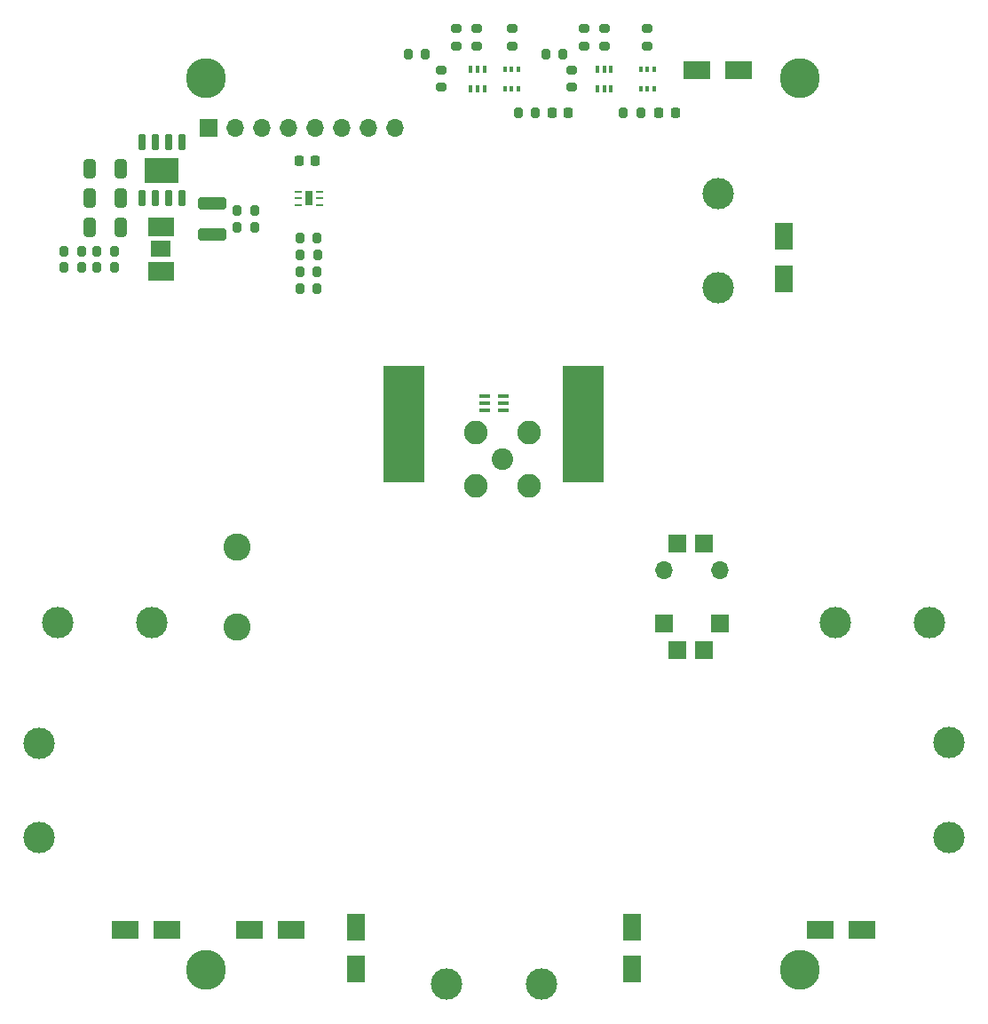
<source format=gts>
G04 #@! TF.GenerationSoftware,KiCad,Pcbnew,(6.0.5)*
G04 #@! TF.CreationDate,2023-05-08T02:21:20-07:00*
G04 #@! TF.ProjectId,Z_Panels,5a5f5061-6e65-46c7-932e-6b696361645f,rev?*
G04 #@! TF.SameCoordinates,Original*
G04 #@! TF.FileFunction,Soldermask,Top*
G04 #@! TF.FilePolarity,Negative*
%FSLAX46Y46*%
G04 Gerber Fmt 4.6, Leading zero omitted, Abs format (unit mm)*
G04 Created by KiCad (PCBNEW (6.0.5)) date 2023-05-08 02:21:20*
%MOMM*%
%LPD*%
G01*
G04 APERTURE LIST*
G04 Aperture macros list*
%AMRoundRect*
0 Rectangle with rounded corners*
0 $1 Rounding radius*
0 $2 $3 $4 $5 $6 $7 $8 $9 X,Y pos of 4 corners*
0 Add a 4 corners polygon primitive as box body*
4,1,4,$2,$3,$4,$5,$6,$7,$8,$9,$2,$3,0*
0 Add four circle primitives for the rounded corners*
1,1,$1+$1,$2,$3*
1,1,$1+$1,$4,$5*
1,1,$1+$1,$6,$7*
1,1,$1+$1,$8,$9*
0 Add four rect primitives between the rounded corners*
20,1,$1+$1,$2,$3,$4,$5,0*
20,1,$1+$1,$4,$5,$6,$7,0*
20,1,$1+$1,$6,$7,$8,$9,0*
20,1,$1+$1,$8,$9,$2,$3,0*%
G04 Aperture macros list end*
%ADD10C,0.010000*%
%ADD11C,3.000000*%
%ADD12C,3.800000*%
%ADD13C,2.600000*%
%ADD14R,1.700000X2.500000*%
%ADD15RoundRect,0.200000X0.200000X0.275000X-0.200000X0.275000X-0.200000X-0.275000X0.200000X-0.275000X0*%
%ADD16R,2.500000X1.700000*%
%ADD17RoundRect,0.200000X-0.200000X-0.275000X0.200000X-0.275000X0.200000X0.275000X-0.200000X0.275000X0*%
%ADD18RoundRect,0.200000X0.275000X-0.200000X0.275000X0.200000X-0.275000X0.200000X-0.275000X-0.200000X0*%
%ADD19R,1.880000X1.570000*%
%ADD20RoundRect,0.200000X-0.275000X0.200000X-0.275000X-0.200000X0.275000X-0.200000X0.275000X0.200000X0*%
%ADD21R,1.700000X1.700000*%
%ADD22O,1.700000X1.700000*%
%ADD23RoundRect,0.250000X-0.325000X-0.650000X0.325000X-0.650000X0.325000X0.650000X-0.325000X0.650000X0*%
%ADD24R,0.400000X0.600000*%
%ADD25R,0.740000X0.270000*%
%ADD26R,0.650000X1.350000*%
%ADD27R,0.400000X0.650000*%
%ADD28RoundRect,0.225000X-0.225000X-0.250000X0.225000X-0.250000X0.225000X0.250000X-0.225000X0.250000X0*%
%ADD29R,4.000000X11.000000*%
%ADD30R,4.000000X1.000000*%
%ADD31RoundRect,0.150000X0.150000X-0.650000X0.150000X0.650000X-0.150000X0.650000X-0.150000X-0.650000X0*%
%ADD32R,3.200000X2.400000*%
%ADD33R,1.000000X0.350000*%
%ADD34RoundRect,0.250000X1.100000X-0.325000X1.100000X0.325000X-1.100000X0.325000X-1.100000X-0.325000X0*%
%ADD35C,2.050000*%
%ADD36C,2.250000*%
G04 APERTURE END LIST*
G36*
X151040000Y-60962500D02*
G01*
X150640000Y-60962500D01*
X150640000Y-59262500D01*
X151040000Y-59262500D01*
X151040000Y-60962500D01*
G37*
D10*
X151040000Y-60962500D02*
X150640000Y-60962500D01*
X150640000Y-59262500D01*
X151040000Y-59262500D01*
X151040000Y-60962500D01*
G36*
X152040000Y-65162500D02*
G01*
X151640000Y-65162500D01*
X151640000Y-63462500D01*
X152040000Y-63462500D01*
X152040000Y-65162500D01*
G37*
X152040000Y-65162500D02*
X151640000Y-65162500D01*
X151640000Y-63462500D01*
X152040000Y-63462500D01*
X152040000Y-65162500D01*
G36*
X151540000Y-65162500D02*
G01*
X151140000Y-65162500D01*
X151140000Y-63462500D01*
X151540000Y-63462500D01*
X151540000Y-65162500D01*
G37*
X151540000Y-65162500D02*
X151140000Y-65162500D01*
X151140000Y-63462500D01*
X151540000Y-63462500D01*
X151540000Y-65162500D01*
G36*
X151540000Y-60962500D02*
G01*
X151140000Y-60962500D01*
X151140000Y-59262500D01*
X151540000Y-59262500D01*
X151540000Y-60962500D01*
G37*
X151540000Y-60962500D02*
X151140000Y-60962500D01*
X151140000Y-59262500D01*
X151540000Y-59262500D01*
X151540000Y-60962500D01*
G36*
X151040000Y-65162500D02*
G01*
X150640000Y-65162500D01*
X150640000Y-63462500D01*
X151040000Y-63462500D01*
X151040000Y-65162500D01*
G37*
X151040000Y-65162500D02*
X150640000Y-65162500D01*
X150640000Y-63462500D01*
X151040000Y-63462500D01*
X151040000Y-65162500D01*
G36*
X150040000Y-65162500D02*
G01*
X149640000Y-65162500D01*
X149640000Y-63462500D01*
X150040000Y-63462500D01*
X150040000Y-65162500D01*
G37*
X150040000Y-65162500D02*
X149640000Y-65162500D01*
X149640000Y-63462500D01*
X150040000Y-63462500D01*
X150040000Y-65162500D01*
G36*
X150540000Y-65162500D02*
G01*
X150140000Y-65162500D01*
X150140000Y-63462500D01*
X150540000Y-63462500D01*
X150540000Y-65162500D01*
G37*
X150540000Y-65162500D02*
X150140000Y-65162500D01*
X150140000Y-63462500D01*
X150540000Y-63462500D01*
X150540000Y-65162500D01*
G36*
X152040000Y-60962500D02*
G01*
X151640000Y-60962500D01*
X151640000Y-59262500D01*
X152040000Y-59262500D01*
X152040000Y-60962500D01*
G37*
X152040000Y-60962500D02*
X151640000Y-60962500D01*
X151640000Y-59262500D01*
X152040000Y-59262500D01*
X152040000Y-60962500D01*
G36*
X150040000Y-60962500D02*
G01*
X149640000Y-60962500D01*
X149640000Y-59262500D01*
X150040000Y-59262500D01*
X150040000Y-60962500D01*
G37*
X150040000Y-60962500D02*
X149640000Y-60962500D01*
X149640000Y-59262500D01*
X150040000Y-59262500D01*
X150040000Y-60962500D01*
G36*
X150540000Y-60962500D02*
G01*
X150140000Y-60962500D01*
X150140000Y-59262500D01*
X150540000Y-59262500D01*
X150540000Y-60962500D01*
G37*
X150540000Y-60962500D02*
X150140000Y-60962500D01*
X150140000Y-59262500D01*
X150540000Y-59262500D01*
X150540000Y-60962500D01*
D11*
X150042000Y-97830000D03*
X141042000Y-97830000D03*
D12*
X155182000Y-45965600D03*
D13*
X155182000Y-45965600D03*
D14*
X210280000Y-61060000D03*
X210280000Y-65060000D03*
D15*
X186608000Y-49246000D03*
X184958000Y-49246000D03*
D16*
X159340000Y-127120000D03*
X163340000Y-127120000D03*
D17*
X141669000Y-64008000D03*
X143319000Y-64008000D03*
D15*
X165795000Y-64390000D03*
X164145000Y-64390000D03*
D18*
X184393000Y-42911000D03*
X184393000Y-41261000D03*
D19*
X150840000Y-62212500D03*
D20*
X193163000Y-41261000D03*
X193163000Y-42911000D03*
D17*
X174463000Y-43666000D03*
X176113000Y-43666000D03*
X158180000Y-60180000D03*
X159830000Y-60180000D03*
D15*
X165805000Y-62800000D03*
X164155000Y-62800000D03*
D21*
X202656000Y-100503000D03*
X200116000Y-100503000D03*
X198846000Y-97963000D03*
X204216000Y-97963000D03*
D22*
X204216000Y-92883000D03*
D21*
X202656000Y-90343000D03*
X200116000Y-90343000D03*
D22*
X198846000Y-92883000D03*
D11*
X187160000Y-132310000D03*
X178160000Y-132310000D03*
D18*
X190073000Y-46831000D03*
X190073000Y-45181000D03*
D23*
X144067000Y-60198000D03*
X147017000Y-60198000D03*
D17*
X144780000Y-64008000D03*
X146430000Y-64008000D03*
D15*
X165795000Y-65990000D03*
X164145000Y-65990000D03*
D24*
X196623000Y-46986000D03*
X197273000Y-46986000D03*
X197923000Y-46986000D03*
X197923000Y-45086000D03*
X197273000Y-45086000D03*
X196623000Y-45086000D03*
D13*
X158170000Y-90670000D03*
X158170000Y-98290000D03*
D17*
X187598000Y-43666000D03*
X189248000Y-43666000D03*
D23*
X144067000Y-54610000D03*
X147017000Y-54610000D03*
D17*
X141669000Y-62484000D03*
X143319000Y-62484000D03*
D13*
X211856000Y-45965600D03*
D12*
X211856000Y-45965600D03*
D16*
X201962000Y-45212000D03*
X205962000Y-45212000D03*
D11*
X204008000Y-56968000D03*
X204008000Y-65968000D03*
D15*
X165795000Y-61230000D03*
X164145000Y-61230000D03*
D17*
X144780000Y-62484000D03*
X146430000Y-62484000D03*
D18*
X179063000Y-42891000D03*
X179063000Y-41241000D03*
D25*
X163995000Y-56760000D03*
X163995000Y-57410000D03*
X163995000Y-58060000D03*
X165985000Y-58060000D03*
X165985000Y-57410000D03*
X165985000Y-56760000D03*
D26*
X164990000Y-57410000D03*
D27*
X180423000Y-46986000D03*
X181073000Y-46986000D03*
X181723000Y-46986000D03*
X181723000Y-45086000D03*
X181073000Y-45086000D03*
X180423000Y-45086000D03*
D28*
X188188000Y-49276000D03*
X189738000Y-49276000D03*
D24*
X184983000Y-45086000D03*
X184333000Y-45086000D03*
X183683000Y-45086000D03*
X183683000Y-46986000D03*
X184333000Y-46986000D03*
X184983000Y-46986000D03*
D29*
X191166000Y-78994000D03*
D30*
X191166000Y-73914000D03*
D29*
X174086000Y-78994000D03*
D30*
X174086000Y-73914000D03*
D23*
X144067000Y-57404000D03*
X147017000Y-57404000D03*
D11*
X226020000Y-109330000D03*
X226020000Y-118330000D03*
X224210000Y-97830000D03*
X215210000Y-97830000D03*
D13*
X211856000Y-130965600D03*
D12*
X211856000Y-130965600D03*
D20*
X177593000Y-45181000D03*
X177593000Y-46831000D03*
D11*
X139280000Y-118350000D03*
X139280000Y-109350000D03*
D16*
X147470000Y-127120000D03*
X151470000Y-127120000D03*
D31*
X149065000Y-57400000D03*
X150335000Y-57400000D03*
X151605000Y-57400000D03*
X152875000Y-57400000D03*
X152875000Y-52100000D03*
X151605000Y-52100000D03*
X150335000Y-52100000D03*
X149065000Y-52100000D03*
D32*
X150970000Y-54750000D03*
D16*
X213740000Y-127120000D03*
X217740000Y-127120000D03*
D18*
X191273000Y-42901000D03*
X191273000Y-41251000D03*
D28*
X198398000Y-49266000D03*
X199948000Y-49266000D03*
D17*
X158180000Y-58590000D03*
X159830000Y-58590000D03*
D15*
X196658000Y-49266000D03*
X195008000Y-49266000D03*
D13*
X155182000Y-130965600D03*
D12*
X155182000Y-130965600D03*
D18*
X197283000Y-42911000D03*
X197283000Y-41261000D03*
D33*
X183526000Y-77612000D03*
X183526000Y-76962000D03*
X183526000Y-76312000D03*
X181726000Y-76312000D03*
X181726000Y-76962000D03*
X181726000Y-77612000D03*
D14*
X169510000Y-126920000D03*
X169510000Y-130920000D03*
D21*
X155448000Y-50738000D03*
D22*
X157988000Y-50738000D03*
X160528000Y-50738000D03*
X163068000Y-50738000D03*
X165608000Y-50738000D03*
X168148000Y-50738000D03*
X170688000Y-50738000D03*
X173228000Y-50738000D03*
D34*
X155780000Y-60875000D03*
X155780000Y-57925000D03*
D27*
X192513000Y-46986000D03*
X193163000Y-46986000D03*
X193813000Y-46986000D03*
X193813000Y-45086000D03*
X193163000Y-45086000D03*
X192513000Y-45086000D03*
D14*
X195860000Y-130900000D03*
X195860000Y-126900000D03*
D28*
X164055000Y-53860000D03*
X165605000Y-53860000D03*
D20*
X180983000Y-41261000D03*
X180983000Y-42911000D03*
D35*
X183431443Y-82290965D03*
D36*
X185971443Y-79750965D03*
X180891443Y-84830965D03*
X185971443Y-84830965D03*
X180891443Y-79750965D03*
M02*

</source>
